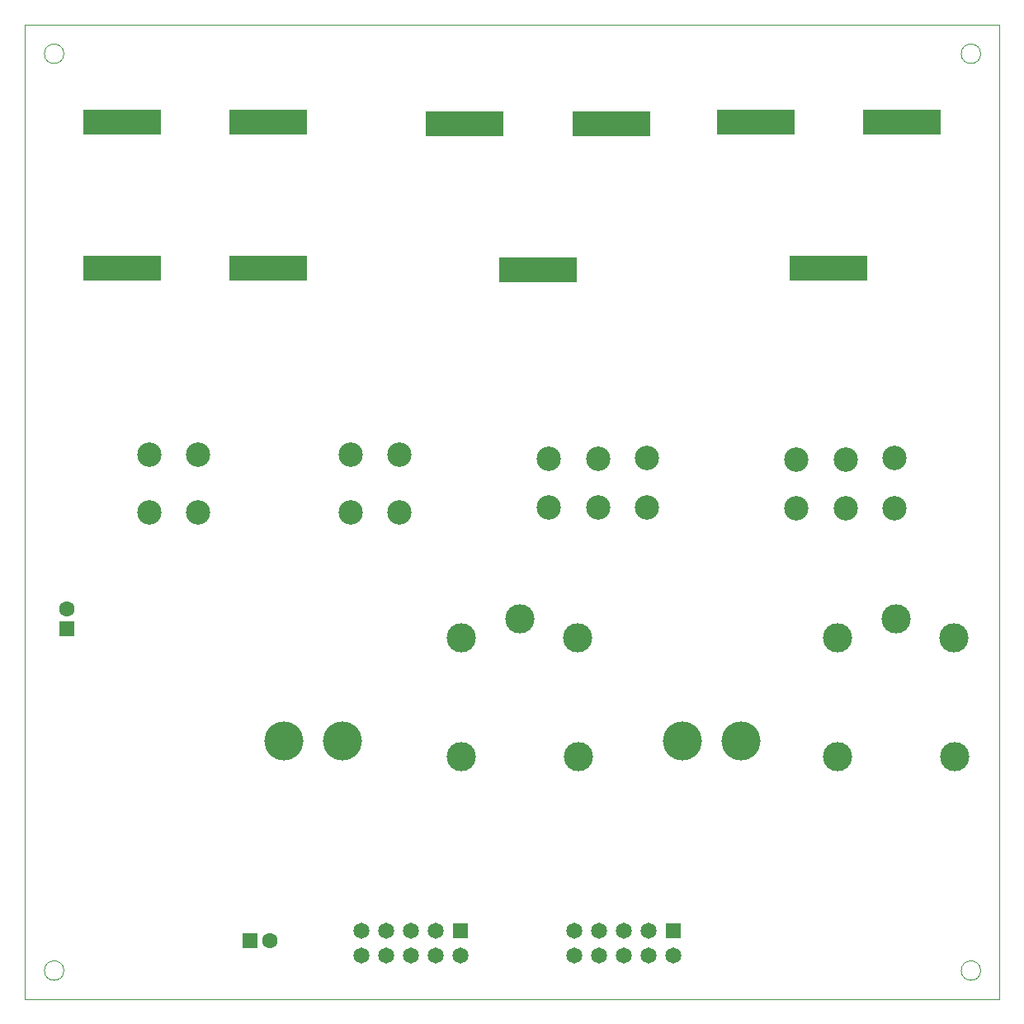
<source format=gbr>
%TF.GenerationSoftware,KiCad,Pcbnew,(5.0.0)*%
%TF.CreationDate,2020-03-24T12:13:02+01:00*%
%TF.ProjectId,Schaltplan_Modul3,536368616C74706C616E5F4D6F64756C,rev?*%
%TF.SameCoordinates,Original*%
%TF.FileFunction,Soldermask,Bot*%
%TF.FilePolarity,Negative*%
%FSLAX46Y46*%
G04 Gerber Fmt 4.6, Leading zero omitted, Abs format (unit mm)*
G04 Created by KiCad (PCBNEW (5.0.0)) date 03/24/20 12:13:02*
%MOMM*%
%LPD*%
G01*
G04 APERTURE LIST*
%ADD10C,0.100000*%
%ADD11C,2.500000*%
%ADD12R,8.000000X2.500000*%
%ADD13R,1.650000X1.650000*%
%ADD14C,1.650000*%
%ADD15C,3.000000*%
%ADD16C,4.000000*%
%ADD17C,1.600000*%
%ADD18R,1.600000X1.600000*%
G04 APERTURE END LIST*
D10*
X94856000Y-142720000D02*
G75*
G03X94856000Y-142720000I-1000000J0D01*
G01*
X188932000Y-142720000D02*
G75*
G03X188932000Y-142720000I-1000000J0D01*
G01*
X188932000Y-48644000D02*
G75*
G03X188932000Y-48644000I-1000000J0D01*
G01*
X94856000Y-48644000D02*
G75*
G03X94856000Y-48644000I-1000000J0D01*
G01*
X190856000Y-45644000D02*
X190856000Y-145644000D01*
X90856000Y-45644000D02*
X90856000Y-145644000D01*
X90856000Y-145644000D02*
X190856000Y-145644000D01*
X90856000Y-45644000D02*
X190856000Y-45644000D01*
D11*
%TO.C,J6*%
X144646000Y-95194000D03*
X144646000Y-90194000D03*
X149646000Y-95194000D03*
X154646000Y-95194000D03*
X149646000Y-90194000D03*
X154646000Y-90094000D03*
%TD*%
%TO.C,J1*%
X129256000Y-89744000D03*
X124256000Y-89744000D03*
X129256000Y-95744000D03*
X124256000Y-95744000D03*
%TD*%
D12*
%TO.C,TP2*%
X115856000Y-70644000D03*
%TD*%
%TO.C,TP6*%
X100856000Y-70644000D03*
%TD*%
%TO.C,TP10*%
X151019600Y-55847200D03*
%TD*%
%TO.C,TP7*%
X100856000Y-55644000D03*
%TD*%
%TO.C,TP3*%
X173330400Y-70644000D03*
%TD*%
%TO.C,TP5*%
X180830400Y-55644000D03*
%TD*%
%TO.C,TP8*%
X143503200Y-70829400D03*
%TD*%
%TO.C,TP1*%
X115856000Y-55644000D03*
%TD*%
%TO.C,TP9*%
X136003200Y-55829400D03*
%TD*%
D11*
%TO.C,J4*%
X170046000Y-95244000D03*
X170046000Y-90244000D03*
X175046000Y-95244000D03*
X180046000Y-95244000D03*
X175046000Y-90244000D03*
X180046000Y-90144000D03*
%TD*%
D13*
%TO.C,J2*%
X157404000Y-138608000D03*
D14*
X157404000Y-141148000D03*
X154864000Y-138608000D03*
X154864000Y-141148000D03*
X152324000Y-138608000D03*
X152324000Y-141148000D03*
X149784000Y-138608000D03*
X149784000Y-141148000D03*
X147244000Y-138608000D03*
X147244000Y-141148000D03*
%TD*%
D11*
%TO.C,J5*%
X108646000Y-89744000D03*
X103646000Y-89744000D03*
X108646000Y-95744000D03*
X103646000Y-95744000D03*
%TD*%
D12*
%TO.C,TP4*%
X165830400Y-55644000D03*
%TD*%
D15*
%TO.C,K2*%
X141656000Y-106604000D03*
X147606000Y-108554000D03*
X147656000Y-120804000D03*
X135606000Y-120754000D03*
X135606000Y-108554000D03*
%TD*%
%TO.C,K1*%
X180264000Y-106604000D03*
X186214000Y-108554000D03*
X186264000Y-120804000D03*
X174214000Y-120754000D03*
X174214000Y-108554000D03*
%TD*%
D16*
%TO.C,SW2*%
X158297666Y-119191001D03*
X164297666Y-119151001D03*
%TD*%
D13*
%TO.C,J3*%
X135560000Y-138608000D03*
D14*
X135560000Y-141148000D03*
X133020000Y-138608000D03*
X133020000Y-141148000D03*
X130480000Y-138608000D03*
X130480000Y-141148000D03*
X127940000Y-138608000D03*
X127940000Y-141148000D03*
X125400000Y-138608000D03*
X125400000Y-141148000D03*
%TD*%
D17*
%TO.C,C13*%
X115970000Y-139644000D03*
D18*
X113970000Y-139644000D03*
%TD*%
D17*
%TO.C,C14*%
X95174000Y-105620000D03*
D18*
X95174000Y-107620000D03*
%TD*%
D16*
%TO.C,SW1*%
X117414333Y-119191001D03*
X123414333Y-119151001D03*
%TD*%
M02*

</source>
